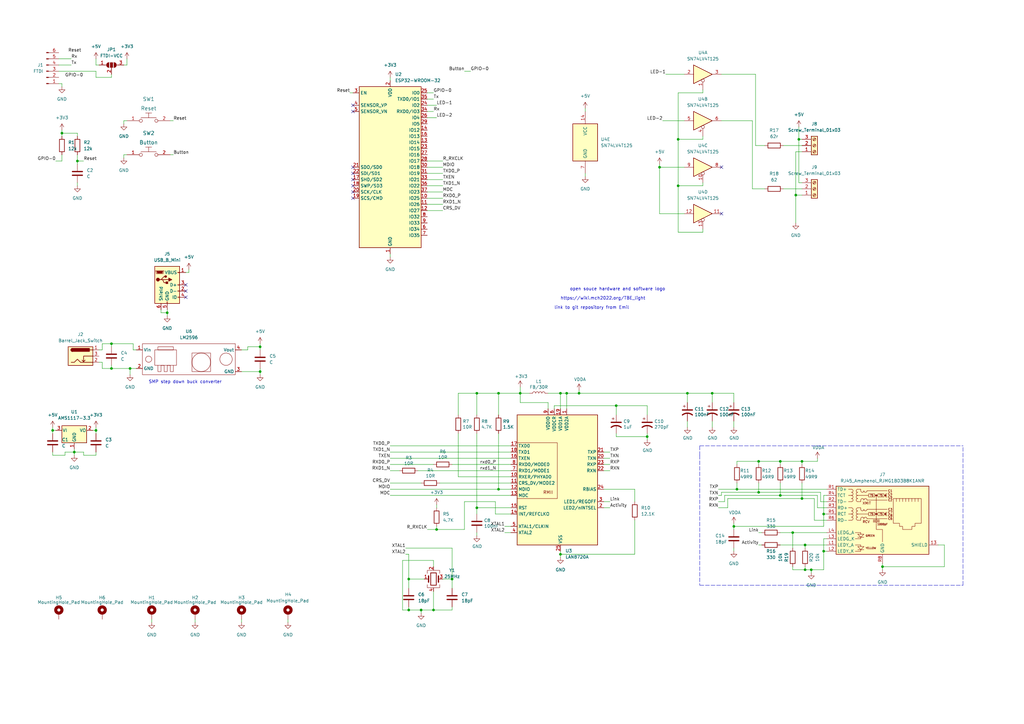
<source format=kicad_sch>
(kicad_sch (version 20211123) (generator eeschema)
  (paper "A3")
  (junction (at 204.47 200.66))
  (junction (at 237.49 161.29))
  (junction (at 68.58 128.27))
  (junction (at 106.68 142.24))
  (junction (at 278.13 57.15))
  (junction (at 330.2 223.52))
  (junction (at 229.87 227.33))
  (junction (at 300.99 215.9))
  (junction (at 172.72 250.19))
  (junction (at 325.12 218.44))
  (junction (at 330.2 233.68))
  (junction (at 45.72 140.97))
  (junction (at 337.82 210.82))
  (junction (at 21.59 176.53))
  (junction (at 167.64 250.19))
  (junction (at 320.04 189.23))
  (junction (at 281.94 161.29))
  (junction (at 270.51 68.58))
  (junction (at 332.74 233.68))
  (junction (at 328.93 204.47))
  (junction (at 25.4 54.61))
  (junction (at 265.43 179.07))
  (junction (at 213.36 161.29))
  (junction (at 337.82 226.06))
  (junction (at 326.39 80.01))
  (junction (at 195.58 208.28))
  (junction (at 232.41 161.29))
  (junction (at 185.42 237.49))
  (junction (at 53.34 151.13))
  (junction (at 292.1 161.29))
  (junction (at 311.15 189.23))
  (junction (at 30.48 185.42))
  (junction (at 327.66 57.15))
  (junction (at 252.73 166.37))
  (junction (at 31.75 66.04))
  (junction (at 311.15 201.93))
  (junction (at 179.07 217.17))
  (junction (at 167.64 237.49))
  (junction (at 39.37 176.53))
  (junction (at 195.58 161.29))
  (junction (at 45.72 151.13))
  (junction (at 328.93 189.23))
  (junction (at 278.13 76.2))
  (junction (at 177.8 250.19))
  (junction (at 204.47 161.29))
  (junction (at 106.68 152.4))
  (junction (at 320.04 203.2))
  (junction (at 361.95 232.41))
  (junction (at 302.26 200.66))
  (junction (at 229.87 161.29))
  (no_connect (at 144.78 68.58))
  (no_connect (at 144.78 45.72))
  (no_connect (at 295.91 87.63))
  (no_connect (at 76.2 121.92))
  (no_connect (at 144.78 43.18))
  (no_connect (at 144.78 81.28))
  (no_connect (at 76.2 119.38))
  (no_connect (at 295.91 68.58))
  (no_connect (at 144.78 73.66))
  (no_connect (at 144.78 78.74))
  (no_connect (at 144.78 76.2))
  (no_connect (at 144.78 71.12))
  (no_connect (at 76.2 116.84))
  (wire (pts (xy 24.13 29.21) (xy 39.37 29.21)))
  (wire (pts (xy 99.06 254) (xy 99.06 255.27)))
  (wire (pts (xy 265.43 170.18) (xy 265.43 166.37)))
  (wire (pts (xy 326.39 80.01) (xy 326.39 91.44)))
  (wire (pts (xy 195.58 161.29) (xy 204.47 161.29)))
  (wire (pts (xy 50.8 49.53) (xy 52.07 49.53)))
  (wire (pts (xy 31.75 54.61) (xy 31.75 55.88)))
  (wire (pts (xy 320.04 223.52) (xy 330.2 223.52)))
  (wire (pts (xy 288.29 55.88) (xy 288.29 57.15)))
  (wire (pts (xy 278.13 38.1) (xy 278.13 57.15)))
  (wire (pts (xy 39.37 31.75) (xy 45.72 31.75)))
  (wire (pts (xy 337.82 210.82) (xy 339.09 210.82)))
  (wire (pts (xy 321.31 59.69) (xy 328.93 59.69)))
  (wire (pts (xy 22.86 66.04) (xy 25.4 66.04)))
  (wire (pts (xy 213.36 165.1) (xy 213.36 161.29)))
  (wire (pts (xy 172.72 198.12) (xy 160.02 198.12)))
  (wire (pts (xy 232.41 161.29) (xy 237.49 161.29)))
  (wire (pts (xy 21.59 186.69) (xy 26.67 186.69)))
  (wire (pts (xy 320.04 203.2) (xy 335.28 203.2)))
  (polyline (pts (xy 287.02 182.88) (xy 394.97 182.88)))
  (wire (pts (xy 295.91 30.48) (xy 309.88 30.48)))
  (wire (pts (xy 224.79 161.29) (xy 229.87 161.29)))
  (wire (pts (xy 361.95 232.41) (xy 387.35 232.41)))
  (wire (pts (xy 54.61 143.51) (xy 55.88 143.51)))
  (wire (pts (xy 177.8 190.5) (xy 160.02 190.5)))
  (wire (pts (xy 265.43 179.07) (xy 265.43 177.8)))
  (wire (pts (xy 181.61 66.04) (xy 175.26 66.04)))
  (wire (pts (xy 21.59 185.42) (xy 21.59 186.69)))
  (wire (pts (xy 207.01 218.44) (xy 209.55 218.44)))
  (wire (pts (xy 76.2 111.76) (xy 77.47 111.76)))
  (wire (pts (xy 195.58 219.71) (xy 195.58 218.44)))
  (wire (pts (xy 160.02 104.14) (xy 160.02 105.41)))
  (wire (pts (xy 181.61 76.2) (xy 175.26 76.2)))
  (wire (pts (xy 187.96 161.29) (xy 187.96 170.18)))
  (wire (pts (xy 308.61 77.47) (xy 313.69 77.47)))
  (wire (pts (xy 165.1 250.19) (xy 167.64 250.19)))
  (wire (pts (xy 209.55 190.5) (xy 185.42 190.5)))
  (wire (pts (xy 175.26 48.26) (xy 179.07 48.26)))
  (wire (pts (xy 179.07 217.17) (xy 179.07 215.9)))
  (wire (pts (xy 227.33 166.37) (xy 227.33 167.64)))
  (wire (pts (xy 166.37 227.33) (xy 167.64 227.33)))
  (wire (pts (xy 45.72 151.13) (xy 53.34 151.13)))
  (wire (pts (xy 204.47 177.8) (xy 204.47 200.66)))
  (wire (pts (xy 39.37 24.13) (xy 39.37 26.67)))
  (wire (pts (xy 295.91 203.2) (xy 295.91 201.93)))
  (wire (pts (xy 229.87 167.64) (xy 229.87 161.29)))
  (wire (pts (xy 339.09 213.36) (xy 334.01 213.36)))
  (wire (pts (xy 336.55 205.74) (xy 336.55 201.93)))
  (wire (pts (xy 337.82 203.2) (xy 337.82 210.82)))
  (wire (pts (xy 288.29 36.83) (xy 288.29 38.1)))
  (wire (pts (xy 330.2 223.52) (xy 330.2 224.79)))
  (wire (pts (xy 213.36 161.29) (xy 204.47 161.29)))
  (wire (pts (xy 229.87 227.33) (xy 229.87 228.6)))
  (polyline (pts (xy 394.97 240.03) (xy 394.97 182.88)))
  (wire (pts (xy 167.64 227.33) (xy 167.64 237.49)))
  (wire (pts (xy 252.73 166.37) (xy 227.33 166.37)))
  (wire (pts (xy 160.02 200.66) (xy 204.47 200.66)))
  (wire (pts (xy 337.82 226.06) (xy 337.82 233.68)))
  (wire (pts (xy 166.37 224.79) (xy 185.42 224.79)))
  (wire (pts (xy 177.8 229.87) (xy 165.1 229.87)))
  (wire (pts (xy 190.5 205.74) (xy 190.5 217.17)))
  (wire (pts (xy 311.15 189.23) (xy 311.15 190.5)))
  (wire (pts (xy 325.12 233.68) (xy 330.2 233.68)))
  (wire (pts (xy 54.61 140.97) (xy 54.61 143.51)))
  (wire (pts (xy 195.58 208.28) (xy 209.55 208.28)))
  (wire (pts (xy 22.86 176.53) (xy 21.59 176.53)))
  (wire (pts (xy 66.04 127) (xy 66.04 128.27)))
  (wire (pts (xy 325.12 218.44) (xy 339.09 218.44)))
  (wire (pts (xy 181.61 237.49) (xy 185.42 237.49)))
  (wire (pts (xy 69.85 49.53) (xy 71.12 49.53)))
  (wire (pts (xy 298.45 204.47) (xy 298.45 208.28)))
  (wire (pts (xy 328.93 204.47) (xy 334.01 204.47)))
  (wire (pts (xy 295.91 201.93) (xy 311.15 201.93)))
  (wire (pts (xy 213.36 158.75) (xy 213.36 161.29)))
  (wire (pts (xy 247.65 185.42) (xy 250.19 185.42)))
  (wire (pts (xy 52.07 26.67) (xy 50.8 26.67)))
  (wire (pts (xy 229.87 226.06) (xy 229.87 227.33)))
  (wire (pts (xy 300.99 165.1) (xy 300.99 161.29)))
  (wire (pts (xy 278.13 57.15) (xy 278.13 76.2)))
  (wire (pts (xy 25.4 54.61) (xy 25.4 55.88)))
  (wire (pts (xy 294.64 200.66) (xy 302.26 200.66)))
  (wire (pts (xy 300.99 215.9) (xy 300.99 217.17)))
  (wire (pts (xy 179.07 207.01) (xy 179.07 208.28)))
  (wire (pts (xy 175.26 83.82) (xy 181.61 83.82)))
  (wire (pts (xy 252.73 170.18) (xy 252.73 166.37)))
  (wire (pts (xy 300.99 161.29) (xy 292.1 161.29)))
  (wire (pts (xy 165.1 229.87) (xy 165.1 250.19)))
  (wire (pts (xy 337.82 210.82) (xy 337.82 215.9)))
  (wire (pts (xy 229.87 227.33) (xy 260.35 227.33)))
  (wire (pts (xy 330.2 223.52) (xy 339.09 223.52)))
  (wire (pts (xy 294.64 203.2) (xy 295.91 203.2)))
  (wire (pts (xy 320.04 189.23) (xy 311.15 189.23)))
  (wire (pts (xy 327.66 57.15) (xy 328.93 57.15)))
  (wire (pts (xy 302.26 200.66) (xy 339.09 200.66)))
  (wire (pts (xy 30.48 185.42) (xy 30.48 186.69)))
  (wire (pts (xy 339.09 205.74) (xy 336.55 205.74)))
  (wire (pts (xy 280.67 68.58) (xy 270.51 68.58)))
  (wire (pts (xy 302.26 189.23) (xy 302.26 190.5)))
  (wire (pts (xy 278.13 76.2) (xy 288.29 76.2)))
  (wire (pts (xy 224.79 167.64) (xy 224.79 165.1)))
  (wire (pts (xy 80.01 254) (xy 80.01 255.27)))
  (wire (pts (xy 260.35 227.33) (xy 260.35 213.36)))
  (wire (pts (xy 179.07 217.17) (xy 190.5 217.17)))
  (wire (pts (xy 361.95 231.14) (xy 361.95 232.41)))
  (wire (pts (xy 181.61 81.28) (xy 175.26 81.28)))
  (wire (pts (xy 309.88 30.48) (xy 309.88 59.69)))
  (wire (pts (xy 181.61 86.36) (xy 175.26 86.36)))
  (wire (pts (xy 30.48 185.42) (xy 34.29 185.42)))
  (wire (pts (xy 175.26 68.58) (xy 181.61 68.58)))
  (wire (pts (xy 339.09 203.2) (xy 337.82 203.2)))
  (wire (pts (xy 175.26 43.18) (xy 179.07 43.18)))
  (wire (pts (xy 175.26 40.64) (xy 177.8 40.64)))
  (wire (pts (xy 252.73 179.07) (xy 252.73 177.8)))
  (wire (pts (xy 106.68 140.97) (xy 106.68 142.24)))
  (wire (pts (xy 24.13 24.13) (xy 29.21 24.13)))
  (wire (pts (xy 300.99 214.63) (xy 300.99 215.9)))
  (wire (pts (xy 270.51 67.31) (xy 270.51 68.58)))
  (wire (pts (xy 339.09 208.28) (xy 335.28 208.28)))
  (wire (pts (xy 106.68 151.13) (xy 106.68 152.4)))
  (wire (pts (xy 24.13 34.29) (xy 25.4 34.29)))
  (wire (pts (xy 278.13 57.15) (xy 288.29 57.15)))
  (wire (pts (xy 68.58 127) (xy 68.58 128.27)))
  (wire (pts (xy 45.72 140.97) (xy 45.72 142.24)))
  (wire (pts (xy 181.61 71.12) (xy 175.26 71.12)))
  (wire (pts (xy 298.45 204.47) (xy 328.93 204.47)))
  (wire (pts (xy 52.07 24.13) (xy 52.07 26.67)))
  (wire (pts (xy 327.66 74.93) (xy 328.93 74.93)))
  (polyline (pts (xy 287.02 186.69) (xy 287.02 240.03)))
  (wire (pts (xy 328.93 198.12) (xy 328.93 204.47)))
  (wire (pts (xy 185.42 224.79) (xy 185.42 237.49)))
  (wire (pts (xy 311.15 198.12) (xy 311.15 201.93)))
  (wire (pts (xy 167.64 250.19) (xy 172.72 250.19)))
  (wire (pts (xy 26.67 185.42) (xy 30.48 185.42)))
  (wire (pts (xy 52.07 63.5) (xy 50.8 63.5)))
  (wire (pts (xy 288.29 74.93) (xy 288.29 76.2)))
  (wire (pts (xy 25.4 66.04) (xy 25.4 63.5)))
  (wire (pts (xy 31.75 66.04) (xy 31.75 67.31)))
  (wire (pts (xy 229.87 161.29) (xy 232.41 161.29)))
  (wire (pts (xy 77.47 111.76) (xy 77.47 110.49)))
  (wire (pts (xy 25.4 54.61) (xy 31.75 54.61)))
  (wire (pts (xy 177.8 232.41) (xy 177.8 229.87)))
  (wire (pts (xy 101.6 143.51) (xy 101.6 142.24)))
  (wire (pts (xy 69.85 63.5) (xy 71.12 63.5)))
  (wire (pts (xy 361.95 232.41) (xy 361.95 233.68)))
  (wire (pts (xy 260.35 200.66) (xy 247.65 200.66)))
  (polyline (pts (xy 287.02 240.03) (xy 394.97 240.03)))
  (wire (pts (xy 270.51 87.63) (xy 280.67 87.63)))
  (wire (pts (xy 106.68 142.24) (xy 106.68 143.51)))
  (wire (pts (xy 334.01 213.36) (xy 334.01 204.47)))
  (wire (pts (xy 330.2 232.41) (xy 330.2 233.68)))
  (wire (pts (xy 41.91 151.13) (xy 45.72 151.13)))
  (wire (pts (xy 68.58 128.27) (xy 68.58 129.54)))
  (wire (pts (xy 320.04 218.44) (xy 325.12 218.44)))
  (wire (pts (xy 271.78 49.53) (xy 280.67 49.53)))
  (wire (pts (xy 180.34 198.12) (xy 209.55 198.12)))
  (wire (pts (xy 25.4 53.34) (xy 25.4 54.61)))
  (wire (pts (xy 300.99 215.9) (xy 337.82 215.9)))
  (wire (pts (xy 177.8 250.19) (xy 185.42 250.19)))
  (wire (pts (xy 308.61 49.53) (xy 308.61 77.47)))
  (wire (pts (xy 337.82 220.98) (xy 337.82 226.06)))
  (wire (pts (xy 332.74 233.68) (xy 332.74 234.95)))
  (wire (pts (xy 325.12 218.44) (xy 325.12 224.79)))
  (wire (pts (xy 163.83 193.04) (xy 160.02 193.04)))
  (wire (pts (xy 167.64 237.49) (xy 167.64 241.3)))
  (wire (pts (xy 209.55 195.58) (xy 187.96 195.58)))
  (wire (pts (xy 195.58 210.82) (xy 195.58 208.28)))
  (wire (pts (xy 311.15 218.44) (xy 312.42 218.44)))
  (wire (pts (xy 260.35 205.74) (xy 260.35 200.66)))
  (wire (pts (xy 328.93 189.23) (xy 320.04 189.23)))
  (wire (pts (xy 295.91 49.53) (xy 308.61 49.53)))
  (wire (pts (xy 171.45 193.04) (xy 209.55 193.04)))
  (wire (pts (xy 175.26 45.72) (xy 177.8 45.72)))
  (wire (pts (xy 232.41 167.64) (xy 232.41 161.29)))
  (wire (pts (xy 99.06 152.4) (xy 106.68 152.4)))
  (wire (pts (xy 167.64 250.19) (xy 167.64 248.92)))
  (wire (pts (xy 209.55 187.96) (xy 160.02 187.96)))
  (wire (pts (xy 292.1 172.72) (xy 292.1 175.26)))
  (wire (pts (xy 207.01 215.9) (xy 209.55 215.9)))
  (wire (pts (xy 62.23 254) (xy 62.23 255.27)))
  (wire (pts (xy 247.65 208.28) (xy 250.19 208.28)))
  (wire (pts (xy 247.65 187.96) (xy 250.19 187.96)))
  (wire (pts (xy 173.99 237.49) (xy 167.64 237.49)))
  (wire (pts (xy 175.26 78.74) (xy 181.61 78.74)))
  (wire (pts (xy 203.2 210.82) (xy 209.55 210.82)))
  (wire (pts (xy 204.47 200.66) (xy 209.55 200.66)))
  (wire (pts (xy 328.93 189.23) (xy 328.93 190.5)))
  (wire (pts (xy 34.29 186.69) (xy 39.37 186.69)))
  (wire (pts (xy 41.91 148.59) (xy 41.91 151.13)))
  (wire (pts (xy 195.58 177.8) (xy 195.58 208.28)))
  (wire (pts (xy 240.03 71.12) (xy 240.03 72.39)))
  (wire (pts (xy 177.8 242.57) (xy 177.8 250.19)))
  (wire (pts (xy 278.13 95.25) (xy 288.29 95.25)))
  (wire (pts (xy 247.65 205.74) (xy 250.19 205.74)))
  (wire (pts (xy 327.66 57.15) (xy 327.66 74.93)))
  (wire (pts (xy 213.36 161.29) (xy 217.17 161.29)))
  (wire (pts (xy 101.6 142.24) (xy 106.68 142.24)))
  (wire (pts (xy 320.04 198.12) (xy 320.04 203.2)))
  (wire (pts (xy 204.47 161.29) (xy 204.47 170.18)))
  (wire (pts (xy 292.1 161.29) (xy 281.94 161.29)))
  (wire (pts (xy 39.37 26.67) (xy 40.64 26.67)))
  (wire (pts (xy 281.94 175.26) (xy 281.94 172.72)))
  (wire (pts (xy 237.49 160.02) (xy 237.49 161.29)))
  (wire (pts (xy 41.91 140.97) (xy 45.72 140.97)))
  (wire (pts (xy 195.58 161.29) (xy 187.96 161.29)))
  (wire (pts (xy 325.12 232.41) (xy 325.12 233.68)))
  (wire (pts (xy 24.13 26.67) (xy 29.21 26.67)))
  (wire (pts (xy 34.29 185.42) (xy 34.29 186.69)))
  (wire (pts (xy 39.37 176.53) (xy 39.37 177.8)))
  (wire (pts (xy 297.18 205.74) (xy 294.64 205.74)))
  (wire (pts (xy 31.75 74.93) (xy 31.75 76.2)))
  (wire (pts (xy 311.15 223.52) (xy 312.42 223.52)))
  (wire (pts (xy 39.37 175.26) (xy 39.37 176.53)))
  (wire (pts (xy 30.48 184.15) (xy 30.48 185.42)))
  (wire (pts (xy 40.64 148.59) (xy 41.91 148.59)))
  (wire (pts (xy 190.5 29.21) (xy 193.04 29.21)))
  (wire (pts (xy 143.51 38.1) (xy 144.78 38.1)))
  (wire (pts (xy 387.35 223.52) (xy 384.81 223.52)))
  (wire (pts (xy 26.67 186.69) (xy 26.67 185.42)))
  (wire (pts (xy 224.79 165.1) (xy 213.36 165.1)))
  (wire (pts (xy 335.28 187.96) (xy 335.28 189.23)))
  (wire (pts (xy 99.06 143.51) (xy 101.6 143.51)))
  (wire (pts (xy 288.29 95.25) (xy 288.29 93.98)))
  (wire (pts (xy 45.72 31.75) (xy 45.72 30.48)))
  (wire (pts (xy 294.64 208.28) (xy 298.45 208.28)))
  (wire (pts (xy 31.75 66.04) (xy 31.75 63.5)))
  (wire (pts (xy 118.11 254) (xy 118.11 255.27)))
  (wire (pts (xy 328.93 80.01) (xy 326.39 80.01)))
  (wire (pts (xy 66.04 128.27) (xy 68.58 128.27)))
  (wire (pts (xy 39.37 185.42) (xy 39.37 186.69)))
  (wire (pts (xy 190.5 205.74) (xy 203.2 205.74)))
  (wire (pts (xy 175.26 38.1) (xy 177.8 38.1)))
  (wire (pts (xy 309.88 59.69) (xy 313.69 59.69)))
  (wire (pts (xy 337.82 233.68) (xy 332.74 233.68)))
  (wire (pts (xy 50.8 50.8) (xy 50.8 49.53)))
  (wire (pts (xy 175.26 73.66) (xy 181.61 73.66)))
  (wire (pts (xy 320.04 189.23) (xy 320.04 190.5)))
  (wire (pts (xy 175.26 217.17) (xy 179.07 217.17)))
  (wire (pts (xy 247.65 193.04) (xy 250.19 193.04)))
  (wire (pts (xy 195.58 170.18) (xy 195.58 161.29)))
  (wire (pts (xy 185.42 250.19) (xy 185.42 248.92)))
  (wire (pts (xy 337.82 226.06) (xy 339.09 226.06)))
  (wire (pts (xy 278.13 76.2) (xy 278.13 95.25)))
  (wire (pts (xy 273.05 30.48) (xy 280.67 30.48)))
  (polyline (pts (xy 287.02 182.88) (xy 287.02 186.69)))
  (wire (pts (xy 300.99 175.26) (xy 300.99 172.72)))
  (wire (pts (xy 172.72 250.19) (xy 172.72 251.46)))
  (wire (pts (xy 252.73 166.37) (xy 265.43 166.37)))
  (wire (pts (xy 34.29 66.04) (xy 31.75 66.04)))
  (wire (pts (xy 270.51 68.58) (xy 270.51 87.63)))
  (wire (pts (xy 311.15 189.23) (xy 302.26 189.23)))
  (wire (pts (xy 45.72 140.97) (xy 54.61 140.97)))
  (wire (pts (xy 300.99 224.79) (xy 300.99 226.06)))
  (wire (pts (xy 387.35 232.41) (xy 387.35 223.52)))
  (wire (pts (xy 321.31 77.47) (xy 328.93 77.47)))
  (wire (pts (xy 297.18 203.2) (xy 297.18 205.74)))
  (wire (pts (xy 50.8 63.5) (xy 50.8 64.77)))
  (wire (pts (xy 265.43 179.07) (xy 252.73 179.07)))
  (wire (pts (xy 330.2 233.68) (xy 332.74 233.68)))
  (wire (pts (xy 160.02 31.75) (xy 160.02 33.02)))
  (wire (pts (xy 265.43 180.34) (xy 265.43 179.07)))
  (wire (pts (xy 281.94 165.1) (xy 281.94 161.29)))
  (wire (pts (xy 41.91 143.51) (xy 41.91 140.97)))
  (wire (pts (xy 40.64 143.51) (xy 41.91 143.51)))
  (wire (pts (xy 160.02 182.88) (xy 209.55 182.88)))
  (wire (pts (xy 237.49 161.29) (xy 281.94 161.29)))
  (wire (pts (xy 25.4 34.29) (xy 25.4 35.56)))
  (wire (pts (xy 292.1 165.1) (xy 292.1 161.29)))
  (wire (pts (xy 288.29 38.1) (xy 278.13 38.1)))
  (wire (pts (xy 106.68 152.4) (xy 106.68 153.67)))
  (wire (pts (xy 172.72 250.19) (xy 177.8 250.19)))
  (wire (pts (xy 335.28 189.23) (xy 328.93 189.23)))
  (wire (pts (xy 38.1 176.53) (xy 39.37 176.53)))
  (wire (pts (xy 39.37 29.21) (xy 39.37 31.75)))
  (wire (pts (xy 247.65 190.5) (xy 250.19 190.5)))
  (wire (pts (xy 240.03 44.45) (xy 240.03 45.72)))
  (wire (pts (xy 45.72 149.86) (xy 45.72 151.13)))
  (wire (pts (xy 21.59 176.53) (xy 21.59 177.8)))
  (wire (pts (xy 209.55 203.2) (xy 160.02 203.2)))
  (wire (pts (xy 160.02 185.42) (xy 209.55 185.42)))
  (wire (pts (xy 326.39 62.23) (xy 328.93 62.23)))
  (wire (pts (xy 55.88 151.13) (xy 53.34 151.13)))
  (wire (pts (xy 203.2 205.74) (xy 203.2 210.82)))
  (wire (pts (xy 297.18 203.2) (xy 320.04 203.2)))
  (wire (pts (xy 327.66 52.07) (xy 327.66 57.15)))
  (wire (pts (xy 185.42 237.49) (xy 185.42 241.3)))
  (wire (pts (xy 187.96 195.58) (xy 187.96 177.8)))
  (wire (pts (xy 53.34 151.13) (xy 53.34 153.67)))
  (wire (pts (xy 302.26 198.12) (xy 302.26 200.66)))
  (wire (pts (xy 311.15 201.93) (xy 336.55 201.93)))
  (wire (pts (xy 339.09 220.98) (xy 337.82 220.98)))
  (wire (pts (xy 326.39 80.01) (xy 326.39 62.23)))
  (wire (pts (xy 335.28 208.28) (xy 335.28 203.2)))
  (wire (pts (xy 21.59 175.26) (xy 21.59 176.53)))
  (text "https://wiki.mch2022.org/TBE_light" (at 229.87 123.19 0) (effects (font (size 1.27 1.27)) (justify left bottom)))
  (text "open souce hardware and software logo" (at 233.68 119.38 0) (effects (font (size 1.27 1.27)) (justify left bottom)))
  (text "link to git repository from Emil" (at 227.33 127 0) (effects (font (size 1.27 1.27)) (justify left bottom)))
  (text "SMP step down buck converter" (at 60.96 157.48 0) (effects (font (size 1.27 1.27)) (justify left bottom)))
  (label "MDIO" (at 160.02 200.66 180))
  (label "TXN" (at 250.19 187.96 0))
  (label "CRS_DV" (at 181.61 86.36 0))
  (label "RXP" (at 294.64 205.74 180))
  (label "Link" (at 250.19 205.74 0))
  (label "Link" (at 311.15 218.44 180))
  (label "GPIO-0" (at 22.86 66.04 180))
  (label "Tx" (at 29.21 26.67 0))
  (label "rxd0_P" (at 196.85 190.5 0))
  (label "TXD0_P" (at 160.02 182.88 180))
  (label "XTAL2" (at 166.37 227.33 180))
  (label "XTAL1" (at 166.37 224.79 180))
  (label "RXN" (at 294.64 208.28 180))
  (label "LED-1" (at 273.05 30.48 180))
  (label "Activity" (at 250.19 208.28 0))
  (label "LED-2" (at 271.78 49.53 180))
  (label "TXEN" (at 181.61 73.66 0))
  (label "Rx" (at 29.21 24.13 0))
  (label "RXD0_P" (at 160.02 190.5 180))
  (label "TXD1_N" (at 181.61 76.2 0))
  (label "RXN" (at 250.19 193.04 0))
  (label "TXP" (at 294.64 200.66 180))
  (label "TXD0_P" (at 181.61 71.12 0))
  (label "TXD1_N" (at 160.02 185.42 180))
  (label "RXD0_P" (at 181.61 81.28 0))
  (label "RXD1_N" (at 181.61 83.82 0))
  (label "GPIO-0" (at 193.04 29.21 0))
  (label "TXN" (at 294.64 203.2 180))
  (label "Activity" (at 311.15 223.52 180))
  (label "Button" (at 190.5 29.21 180))
  (label "LED-1" (at 179.07 43.18 0))
  (label "CRS_DV" (at 160.02 198.12 180))
  (label "Button" (at 71.12 63.5 0))
  (label "rxd1_N" (at 196.85 193.04 0))
  (label "XTAL1" (at 207.01 215.9 180))
  (label "Tx" (at 177.8 40.64 0))
  (label "Rx" (at 177.8 45.72 0))
  (label "Reset" (at 27.94 21.59 0))
  (label "MDIO" (at 181.61 68.58 0))
  (label "R_RXCLK" (at 181.61 66.04 0))
  (label "MDC" (at 181.61 78.74 0))
  (label "TXEN" (at 160.02 187.96 180))
  (label "RXD1_N" (at 160.02 193.04 180))
  (label "GPIO-0" (at 177.8 38.1 0))
  (label "TXP" (at 250.19 185.42 0))
  (label "XTAL2" (at 207.01 218.44 180))
  (label "LED-2" (at 179.07 48.26 0))
  (label "Reset" (at 34.29 66.04 0))
  (label "GPIO-0" (at 26.67 31.75 0))
  (label "R_RXCLK" (at 175.26 217.17 180))
  (label "Reset" (at 71.12 49.53 0))
  (label "MDC" (at 160.02 203.2 180))
  (label "Reset" (at 143.51 38.1 180))
  (label "RXP" (at 250.19 190.5 0))
  (symbol (lib_id "power:+3.3V") (at 52.07 24.13 0) (unit 1)
    (property "Reference" "#PWR0115" (effects hide))
    (property "Value" "+3.3V" (at 52.07 19.05 0))
  )
  (symbol (lib_id "power:GND") (at 281.94 175.26 0) (unit 1)
    (property "Reference" "#PWR0129" (effects hide))
    (property "Value" "GND" (at 282.067 179.6542 0))
  )
  (symbol (lib_id "power:+5V") (at 270.51 67.31 0) (unit 1)
    (property "Reference" "#PWR0145" (effects hide))
    (property "Value" "+5V" (at 270.51 62.23 0))
  )
  (symbol (lib_id "Device:R") (at 167.64 193.04 90) (unit 1)
    (property "Reference" "R3" (at 167.64 187.7822 90))
    (property "Value" "10R" (at 167.64 190.0936 90))
    (property "Footprint" "Resistor_SMD:R_0603_1608Metric" (effects hide))
  )
  (symbol (lib_id "power:GND") (at 292.1 175.26 0) (unit 1)
    (property "Reference" "#PWR0130" (effects hide))
    (property "Value" "GND" (at 292.227 179.6542 0))
  )
  (symbol (lib_id "Mechanical:MountingHole_Pad") (at 118.11 251.46 0) (unit 1)
    (property "Reference" "H4" (at 116.84 243.8399 0) (effects (justify left)))
    (property "Value" "MountingHole_Pad" (at 109.22 246.3799 0) (effects (justify left)))
    (property "Footprint" "MountingHole:MountingHole_3.2mm_M3_Pad" (effects hide))
  )
  (symbol (lib_id "Mechanical:MountingHole_Pad") (at 41.91 251.46 0) (unit 1)
    (property "Reference" "H6" (at 41.91 245.11 0))
    (property "Value" "MountingHole_Pad" (at 41.91 247.015 0))
    (property "Footprint" "MountingHole:MountingHole_3.2mm_M3_Pad" (effects hide))
  )
  (symbol (lib_id "Device:R") (at 181.61 190.5 90) (unit 1)
    (property "Reference" "R6" (at 181.61 185.2422 90))
    (property "Value" "10R" (at 181.61 187.5536 90))
    (property "Footprint" "Resistor_SMD:R_0603_1608Metric" (effects hide))
  )
  (symbol (lib_id "power:VDDA") (at 237.49 160.02 0) (unit 1)
    (property "Reference" "#PWR0131" (effects hide))
    (property "Value" "VDDA" (at 237.871 155.6258 0))
  )
  (symbol (lib_id "power:GND") (at 265.43 180.34 0) (unit 1)
    (property "Reference" "#PWR0124" (effects hide))
    (property "Value" "GND" (at 265.557 184.7342 0))
  )
  (symbol (lib_id "Device:R") (at 195.58 173.99 0) (unit 1)
    (property "Reference" "R8" (at 197.358 172.8216 0) (effects (justify left)))
    (property "Value" "4.7K" (at 197.358 175.133 0) (effects (justify left)))
    (property "Footprint" "Resistor_SMD:R_0603_1608Metric" (effects hide))
  )
  (symbol (lib_id "power:+5V") (at 39.37 24.13 0) (unit 1)
    (property "Reference" "#PWR0116" (effects hide))
    (property "Value" "+5V" (at 39.37 19.05 0))
  )
  (symbol (lib_id "Device:CP1") (at 300.99 168.91 0) (unit 1)
    (property "Reference" "C13" (at 303.911 167.7416 0) (effects (justify left)))
    (property "Value" "100nF" (at 303.911 170.053 0) (effects (justify left)))
    (property "Footprint" "Capacitor_SMD:C_0603_1608Metric" (effects hide))
  )
  (symbol (lib_id "power:GND") (at 326.39 91.44 0) (unit 1)
    (property "Reference" "#PWR0138" (effects hide))
    (property "Value" "GND" (at 326.39 96.52 0))
  )
  (symbol (lib_id "power:GND") (at 229.87 228.6 0) (unit 1)
    (property "Reference" "#PWR0127" (effects hide))
    (property "Value" "GND" (at 229.87 233.68 0))
  )
  (symbol (lib_id "power:GND") (at 62.23 255.27 0) (unit 1)
    (property "Reference" "#PWR0141" (effects hide))
    (property "Value" "GND" (at 62.23 260.35 0))
  )
  (symbol (lib_id "Device:CP1") (at 292.1 168.91 0) (unit 1)
    (property "Reference" "C12" (at 295.021 167.7416 0) (effects (justify left)))
    (property "Value" "100nF" (at 295.021 170.053 0) (effects (justify left)))
    (property "Footprint" "Capacitor_SMD:C_0603_1608Metric" (effects hide))
  )
  (symbol (lib_id "power:+3.3V") (at 39.37 175.26 0) (unit 1)
    (property "Reference" "#PWR0109" (effects hide))
    (property "Value" "+3.3V" (at 39.37 170.18 0))
  )
  (symbol (lib_id "power:GND") (at 300.99 226.06 0) (unit 1)
    (property "Reference" "#PWR0137" (effects hide))
    (property "Value" "GND" (at 300.99 231.14 0))
  )
  (symbol (lib_id "Device:R") (at 325.12 228.6 0) (unit 1)
    (property "Reference" "R19" (at 322.58 228.6 90))
    (property "Value" "10k" (at 320.04 228.6 90))
    (property "Footprint" "Resistor_SMD:R_0603_1608Metric" (effects hide))
  )
  (symbol (lib_id "Device:L") (at 220.98 161.29 90) (unit 1)
    (property "Reference" "L1" (at 220.98 156.464 90))
    (property "Value" "FB/30R" (at 220.98 158.7754 90))
    (property "Footprint" "Inductor_SMD:L_0805_2012Metric" (effects hide))
  )
  (symbol (lib_id "Device:R") (at 317.5 77.47 90) (unit 1)
    (property "Reference" "R18" (at 317.5 71.2216 90))
    (property "Value" "62" (at 317.5 73.7616 90))
    (property "Footprint" "Resistor_SMD:R_0603_1608Metric" (effects hide))
  )
  (symbol (lib_id "power:+3.3V") (at 213.36 158.75 0) (unit 1)
    (property "Reference" "#PWR0107" (effects hide))
    (property "Value" "+3.3V" (at 213.741 154.3558 0))
  )
  (symbol (lib_id "power:GND") (at 30.48 186.69 0) (unit 1)
    (property "Reference" "#PWR0108" (effects hide))
    (property "Value" "GND" (at 30.48 191.77 0))
  )
  (symbol (lib_id "power:+3.3V") (at 160.02 31.75 0) (unit 1)
    (property "Reference" "#PWR0112" (effects hide))
    (property "Value" "+3.3V" (at 160.02 26.67 0))
  )
  (symbol (lib_id "Device:C") (at 21.59 181.61 0) (unit 1)
    (property "Reference" "C1" (at 25.4 180.3399 0) (effects (justify left)))
    (property "Value" "C" (at 25.4 182.8799 0) (effects (justify left)))
    (property "Footprint" "Capacitor_SMD:C_0805_2012Metric" (effects hide))
  )
  (symbol (lib_id "Connector:Screw_Terminal_01x03") (at 334.01 59.69 0) (mirror x) (unit 1)
    (property "Reference" "J8" (at 334.01 50.8 0))
    (property "Value" "Screw_Terminal_01x03" (at 334.01 53.34 0))
    (property "Footprint" "Connector_PinSocket_2.54mm:PinSocket_1x03_P2.54mm_Vertical" (effects hide))
  )
  (symbol (lib_id "Device:R") (at 187.96 173.99 180) (unit 1)
    (property "Reference" "R7" (at 189.738 172.8216 0) (effects (justify right)))
    (property "Value" "10R" (at 189.738 175.133 0) (effects (justify right)))
    (property "Footprint" "Resistor_SMD:R_0603_1608Metric" (effects hide))
  )
  (symbol (lib_id "power:GND") (at 300.99 175.26 0) (unit 1)
    (property "Reference" "#PWR0134" (effects hide))
    (property "Value" "GND" (at 301.117 179.6542 0))
  )
  (symbol (lib_id "Connector:Screw_Terminal_01x03") (at 334.01 77.47 0) (mirror x) (unit 1)
    (property "Reference" "J9" (at 334.01 68.58 0))
    (property "Value" "Screw_Terminal_01x03" (at 334.01 71.12 0))
    (property "Footprint" "Connector_PinSocket_2.54mm:PinSocket_1x03_P2.54mm_Vertical" (effects hide))
  )
  (symbol (lib_id "power:+5V") (at 240.03 44.45 0) (unit 1)
    (property "Reference" "#PWR0101" (effects hide))
    (property "Value" "+5V" (at 240.03 39.37 0))
  )
  (symbol (lib_id "Device:C") (at 195.58 214.63 0) (unit 1)
    (property "Reference" "C8" (at 198.501 213.4616 0) (effects (justify left)))
    (property "Value" "100nF" (at 198.501 215.773 0) (effects (justify left)))
    (property "Footprint" "Capacitor_SMD:C_0603_1608Metric" (effects hide))
  )
  (symbol (lib_id "power:GND") (at 50.8 64.77 0) (unit 1)
    (property "Reference" "#PWR0102" (effects hide))
    (property "Value" "GND" (at 50.8 69.85 0))
  )
  (symbol (lib_id "RF_Module:ESP32-WROOM-32") (at 160.02 68.58 0) (unit 1)
    (property "Reference" "U2" (at 162.0394 30.48 0) (effects (justify left)))
    (property "Value" "ESP32-WROOM-32" (at 162.0394 33.02 0) (effects (justify left)))
    (property "Footprint" "RF_Module:ESP32-WROOM-32" (effects hide))
    (property "Datasheet" "https://www.espressif.com/sites/default/files/documentation/esp32-wroom-32_datasheet_en.pdf" (effects hide))
    (property "JLC-pcb-part" "C473012" (effects hide))
  )
  (symbol (lib_id "power:GND") (at 240.03 72.39 0) (unit 1)
    (property "Reference" "#PWR0118" (effects hide))
    (property "Value" "GND" (at 240.03 77.47 0))
  )
  (symbol (lib_id "power:+5V") (at 77.47 110.49 0) (unit 1)
    (property "Reference" "#PWR0121" (effects hide))
    (property "Value" "+5V" (at 77.47 105.41 0))
  )
  (symbol (lib_id "Device:C") (at 106.68 147.32 0) (unit 1)
    (property "Reference" "C5" (at 110.49 146.0499 0) (effects (justify left)))
    (property "Value" "C" (at 110.49 148.5899 0) (effects (justify left)))
    (property "Footprint" "Capacitor_SMD:C_0805_2012Metric" (effects hide))
  )
  (symbol (lib_id "Connector:Conn_01x06_Male") (at 19.05 29.21 0) (mirror x) (unit 1)
    (property "Reference" "J1" (at 17.78 26.6699 0) (effects (justify right)))
    (property "Value" "FTDI" (at 17.78 29.2099 0) (effects (justify right)))
    (property "Footprint" "Connector_PinSocket_2.54mm:PinSocket_1x06_P2.54mm_Vertical" (effects hide))
  )
  (symbol (lib_id "Mechanical:MountingHole_Pad") (at 62.23 251.46 0) (unit 1)
    (property "Reference" "H1" (at 62.23 245.11 0))
    (property "Value" "MountingHole_Pad" (at 62.23 247.015 0))
    (property "Footprint" "MountingHole:MountingHole_3.2mm_M3_Pad" (effects hide))
  )
  (symbol (lib_id "power:+5V") (at 327.66 52.07 0) (unit 1)
    (property "Reference" "#PWR0139" (effects hide))
    (property "Value" "+5V" (at 327.66 46.99 0))
  )
  (symbol (lib_id "Device:R") (at 302.26 194.31 0) (unit 1)
    (property "Reference" "R11" (at 303.53 193.0399 0) (effects (justify left)))
    (property "Value" "49R9" (at 303.53 195.5799 0) (effects (justify left)))
    (property "Footprint" "Resistor_SMD:R_0603_1608Metric" (effects hide))
  )
  (symbol (lib_id "power:GND") (at 50.8 50.8 0) (unit 1)
    (property "Reference" "#PWR0117" (effects hide))
    (property "Value" "GND" (at 50.8 55.88 0))
  )
  (symbol (lib_id "Connector:RJ45_Amphenol_RJMG1BD3B8K1ANR") (at 361.95 213.36 0) (unit 1)
    (property "Reference" "J7" (at 361.95 194.6656 0))
    (property "Value" "RJ45_Amphenol_RJMG1BD3B8K1ANR" (at 361.95 197.2056 0))
    (property "Footprint" "Connector_RJ:RJ45_Amphenol_RJMG1BD3B8K1ANR" (effects hide))
    (property "Datasheet" "https://www.amphenolcanada.com/ProductSearch/Drawings/AC/RJMG1BD3B8K1ANR.PDF" (effects hide))
    (property "JLC-pcb-part" "C456388" (effects hide))
  )
  (symbol (lib_id "Device:R") (at 31.75 59.69 0) (unit 1)
    (property "Reference" "R2" (at 34.29 58.4199 0) (effects (justify left)))
    (property "Value" "12k" (at 34.29 60.9599 0) (effects (justify left)))
    (property "Footprint" "Resistor_SMD:R_0603_1608Metric" (effects hide))
  )
  (symbol (lib_id "power:GND") (at 25.4 35.56 0) (unit 1)
    (property "Reference" "#PWR0113" (effects hide))
    (property "Value" "GND" (at 25.4 40.64 0))
  )
  (symbol (lib_id "Device:R") (at 25.4 59.69 0) (unit 1)
    (property "Reference" "R1" (at 27.94 58.4199 0) (effects (justify left)))
    (property "Value" "12k" (at 27.94 60.9599 0) (effects (justify left)))
    (property "Footprint" "Resistor_SMD:R_0603_1608Metric" (effects hide))
  )
  (symbol (lib_id "Device:Crystal_GND24") (at 177.8 237.49 0) (unit 1)
    (property "Reference" "Y1" (at 185.42 233.9086 0))
    (property "Value" "25MHz" (at 185.42 236.4486 0))
    (property "Footprint" "Crystal:Crystal_SMD_Abracon_ABM8G-4Pin_3.2x2.5mm" (effects hide))
  )
  (symbol (lib_id "Mechanical:MountingHole_Pad") (at 99.06 251.46 0) (unit 1)
    (property "Reference" "H3" (at 99.06 245.11 0))
    (property "Value" "MountingHole_Pad" (at 99.06 247.015 0))
    (property "Footprint" "MountingHole:MountingHole_3.2mm_M3_Pad" (effects hide))
  )
  (symbol (lib_id "power:GND") (at 68.58 129.54 0) (unit 1)
    (property "Reference" "#PWR0119" (effects hide))
    (property "Value" "GND" (at 68.58 134.62 0))
  )
  (symbol (lib_id "Connector:Barrel_Jack_Switch") (at 33.02 146.05 0) (unit 1)
    (property "Reference" "J2" (at 33.02 137.16 0))
    (property "Value" "Barrel_Jack_Switch" (at 33.02 139.7 0))
    (property "Footprint" "Connector_BarrelJack:BarrelJack_GCT_DCJ200-10-A_Horizontal" (effects hide))
  )
  (symbol (lib_id "power:+3.3V") (at 25.4 53.34 0) (unit 1)
    (property "Reference" "#PWR0114" (effects hide))
    (property "Value" "+3.3V" (at 25.4 48.26 0))
  )
  (symbol (lib_id "power:VDDA") (at 300.99 214.63 0) (unit 1)
    (property "Reference" "#PWR0133" (effects hide))
    (property "Value" "VDDA" (at 301.371 210.2358 0))
  )
  (symbol (lib_id "power:GND") (at 106.68 153.67 0) (unit 1)
    (property "Reference" "#PWR0106" (effects hide))
    (property "Value" "GND" (at 106.68 158.75 0))
  )
  (symbol (lib_id "LM2596-module:LM2596") (at 76.2 144.78 0) (unit 1)
    (property "Reference" "U6" (at 77.47 135.89 0))
    (property "Value" "LM2596" (at 77.47 138.43 0))
    (property "Footprint" "LM2596-module:LM2596-Module" (effects hide))
  )
  (symbol (lib_id "Device:R") (at 311.15 194.31 0) (unit 1)
    (property "Reference" "R12" (at 312.42 193.0399 0) (effects (justify left)))
    (property "Value" "49R9" (at 312.42 195.5799 0) (effects (justify left)))
    (property "Footprint" "Resistor_SMD:R_0603_1608Metric" (effects hide))
  )
  (symbol (lib_id "Device:CP1") (at 252.73 173.99 0) (unit 1)
    (property "Reference" "C9" (at 255.651 172.8216 0) (effects (justify left)))
    (property "Value" "1uF" (at 255.651 175.133 0) (effects (justify left)))
    (property "Footprint" "Capacitor_SMD:C_0603_1608Metric" (effects hide))
  )
  (symbol (lib_id "Mechanical:MountingHole_Pad") (at 24.13 251.46 0) (unit 1)
    (property "Reference" "H5" (at 24.13 245.11 0))
    (property "Value" "MountingHole_Pad" (at 24.13 247.015 0))
    (property "Footprint" "MountingHole:MountingHole_3.2mm_M3_Pad" (effects hide))
  )
  (symbol (lib_id "Device:C") (at 167.64 245.11 0) (unit 1)
    (property "Reference" "C6" (at 171.45 243.8399 0) (effects (justify left)))
    (property "Value" "18pF" (at 171.45 246.3799 0) (effects (justify left)))
    (property "Footprint" "Capacitor_SMD:C_0805_2012Metric" (effects hide))
  )
  (symbol (lib_id "phosphor:pushbutton") (at 60.96 63.5 0) (unit 1)
    (property "Reference" "SW2" (at 60.96 54.61 0) (effects (font (size 1.524 1.524))))
    (property "Value" "Button" (at 60.96 58.42 0) (effects (font (size 1.524 1.524))))
    (property "Footprint" "Button_Switch_THT:SW_PUSH_6mm" (effects hide))
    (property "JLC-pcb-part" "C13828" (effects hide))
  )
  (symbol (lib_id "Device:R") (at 316.23 218.44 90) (unit 1)
    (property "Reference" "R15" (at 316.23 213.36 90))
    (property "Value" "330" (at 316.23 215.9 90))
    (property "Footprint" "Resistor_SMD:R_0603_1608Metric" (effects hide))
  )
  (symbol (lib_id "power:VDDA") (at 335.28 187.96 0) (unit 1)
    (property "Reference" "#PWR0135" (effects hide))
    (property "Value" "VDDA" (at 335.661 183.5658 0))
  )
  (symbol (lib_id "Device:R") (at 204.47 173.99 0) (unit 1)
    (property "Reference" "R9" (at 206.248 172.8216 0) (effects (justify left)))
    (property "Value" "1.5K" (at 206.248 175.133 0) (effects (justify left)))
    (property "Footprint" "Resistor_SMD:R_0603_1608Metric" (effects hide))
  )
  (symbol (lib_id "74xx:SN74LV4T125") (at 240.03 58.42 0) (unit 5)
    (property "Reference" "U4" (at 246.38 57.1499 0) (effects (justify left)))
    (property "Value" "SN74LV4T125" (at 246.38 59.6899 0) (effects (justify left)))
    (property "Footprint" "Package_SO:TSSOP-14_4.4x5mm_P0.65mm" (effects hide))
    (property "Datasheet" "https://www.ti.com/lit/ds/symlink/sn74lv4t125.pdf" (effects hide))
    (property "JLC-pcb-part" "C90755" (effects hide))
  )
  (symbol (lib_id "Device:R") (at 317.5 59.69 90) (unit 1)
    (property "Reference" "R17" (at 317.5 53.4416 90))
    (property "Value" "62r" (at 317.5 55.9816 90))
    (property "Footprint" "Resistor_SMD:R_0603_1608Metric" (effects hide))
  )
  (symbol (lib_id "Device:R") (at 320.04 194.31 0) (unit 1)
    (property "Reference" "R13" (at 321.31 193.0399 0) (effects (justify left)))
    (property "Value" "49R9" (at 321.31 195.5799 0) (effects (justify left)))
    (property "Footprint" "Resistor_SMD:R_0603_1608Metric" (effects hide))
  )
  (symbol (lib_id "74xx:SN74LV4T125") (at 288.29 68.58 0) (unit 3)
    (property "Reference" "U4" (at 288.29 59.69 0))
    (property "Value" "SN74LV4T125" (at 288.29 62.23 0))
    (property "Footprint" "Package_SO:TSSOP-14_4.4x5mm_P0.65mm" (effects hide))
    (property "Datasheet" "https://www.ti.com/lit/ds/symlink/sn74lv4t125.pdf" (effects hide))
    (property "JLC-pcb-part" "C90755" (effects hide))
  )
  (symbol (lib_id "Jumper:SolderJumper_3_Open") (at 45.72 26.67 0) (unit 1)
    (property "Reference" "JP1" (at 45.72 20.32 0))
    (property "Value" "FTDI-VCC" (at 45.72 22.86 0))
    (property "Footprint" "Jumper:SolderJumper-3_P1.3mm_Open_RoundedPad1.0x1.5mm" (effects hide))
  )
  (symbol (lib_id "Device:C") (at 185.42 245.11 0) (unit 1)
    (property "Reference" "C7" (at 189.23 243.8399 0) (effects (justify left)))
    (property "Value" "18pF" (at 189.23 246.3799 0) (effects (justify left)))
    (property "Footprint" "Capacitor_SMD:C_0805_2012Metric" (effects hide))
  )
  (symbol (lib_id "power:GND") (at 172.72 251.46 0) (unit 1)
    (property "Reference" "#PWR0125" (effects hide))
    (property "Value" "GND" (at 172.72 256.54 0))
  )
  (symbol (lib_id "Connector:USB_B_Mini") (at 68.58 116.84 0) (unit 1)
    (property "Reference" "J5" (at 68.58 104.14 0))
    (property "Value" "USB_B_Mini" (at 68.58 106.68 0))
    (property "Footprint" "Connector_USB:USB_Micro-AB_Molex_47590-0001" (effects hide))
    (property "JLC-pcb-part" "C136001" (effects hide))
  )
  (symbol (lib_id "power:+3.3V") (at 179.07 207.01 0) (unit 1)
    (property "Reference" "#PWR0128" (effects hide))
    (property "Value" "+3.3V" (at 179.07 201.93 0))
  )
  (symbol (lib_id "Device:R") (at 176.53 198.12 90) (unit 1)
    (property "Reference" "R4" (at 176.53 192.8622 90))
    (property "Value" "10R" (at 176.53 195.1736 90))
    (property "Footprint" "Resistor_SMD:R_0603_1608Metric" (effects hide))
  )
  (symbol (lib_id "power:GND") (at 195.58 219.71 0) (unit 1)
    (property "Reference" "#PWR0126" (effects hide))
    (property "Value" "GND" (at 195.707 224.1042 0))
  )
  (symbol (lib_id "74xx:SN74LV4T125") (at 288.29 30.48 0) (unit 1)
    (property "Reference" "U4" (at 288.29 21.59 0))
    (property "Value" "SN74LV4T125" (at 288.29 24.13 0))
    (property "Footprint" "Package_SO:TSSOP-14_4.4x5mm_P0.65mm" (effects hide))
    (property "Datasheet" "https://www.ti.com/lit/ds/symlink/sn74lv4t125.pdf" (effects hide))
    (property "JLC-pcb-part" "C90755" (effects hide))
  )
  (symbol (lib_id "74xx:SN74LV4T125") (at 288.29 87.63 0) (unit 4)
    (property "Reference" "U4" (at 288.29 78.74 0))
    (property "Value" "SN74LV4T125" (at 288.29 81.28 0))
    (property "Footprint" "Package_SO:TSSOP-14_4.4x5mm_P0.65mm" (effects hide))
    (property "Datasheet" "https://www.ti.com/lit/ds/symlink/sn74lv4t125.pdf" (effects hide))
    (property "JLC-pcb-part" "C90755" (effects hide))
  )
  (symbol (lib_id "Device:R") (at 179.07 212.09 0) (unit 1)
    (property "Reference" "R5" (at 181.61 210.8199 0) (effects (justify left)))
    (property "Value" "4.7K" (at 181.61 213.3599 0) (effects (justify left)))
    (property "Footprint" "Capacitor_SMD:C_0805_2012Metric" (effects hide))
  )
  (symbol (lib_id "Device:CP1") (at 265.43 173.99 0) (unit 1)
    (property "Reference" "C10" (at 268.351 172.8216 0) (effects (justify left)))
    (property "Value" "270pF" (at 268.351 175.133 0) (effects (justify left)))
    (property "Footprint" "Capacitor_SMD:C_0603_1608Metric" (effects hide))
  )
  (symbol (lib_id "power:GND") (at 99.06 255.27 0) (unit 1)
    (property "Reference" "#PWR0143" (effects hide))
    (property "Value" "GND" (at 99.06 260.35 0))
  )
  (symbol (lib_id "74xx:SN74LV4T125") (at 288.29 49.53 0) (unit 2)
    (property "Reference" "U4" (at 288.29 40.64 0))
    (property "Value" "SN74LV4T125" (at 288.29 43.18 0))
    (property "Footprint" "Package_SO:TSSOP-14_4.4x5mm_P0.65mm" (effects hide))
    (property "Datasheet" "https://www.ti.com/lit/ds/symlink/sn74lv4t125.pdf" (effects hide))
    (property "JLC-pcb-part" "C90755" (effects hide))
  )
  (symbol (lib_id "power:GND") (at 80.01 255.27 0) (unit 1)
    (property "Reference" "#PWR0142" (effects hide))
    (property "Value" "GND" (at 80.01 260.35 0))
  )
  (symbol (lib_id "power:+5V") (at 106.68 140.97 0) (unit 1)
    (property "Reference" "#PWR0104" (effects hide))
    (property "Value" "+5V" (at 106.68 135.89 0))
  )
  (symbol (lib_id "power:GND") (at 53.34 153.67 0) (unit 1)
    (property "Reference" "#PWR0105" (effects hide))
    (property "Value" "GND" (at 53.34 158.75 0))
  )
  (symbol (lib_id "Device:C") (at 300.99 220.98 0) (unit 1)
    (property "Reference" "C14" (at 293.37 219.7099 0) (effects (justify left)))
    (property "Value" "18pF" (at 293.37 222.2499 0) (effects (justify left)))
    (property "Footprint" "Capacitor_SMD:C_0805_2012Metric" (effects hide))
  )
  (symbol (lib_id "Interface_Ethernet:LAN8720A") (at 229.87 198.12 0) (unit 1)
    (property "Reference" "U3" (at 231.8894 225.9076 0) (effects (justify left)))
    (property "Value" "LAN8720A" (at 231.8894 228.4476 0) (effects (justify left)))
    (property "Footprint" "Package_DFN_QFN:QFN-24-1EP_4x4mm_P0.5mm_EP2.6x2.6mm" (effects hide))
    (property "Datasheet" "http://ww1.microchip.com/downloads/en/DeviceDoc/8720a.pdf" (effects hide))
    (property "JLC-pcb-part" "C45223" (effects hide))
  )
  (symbol (lib_id "Device:C") (at 45.72 146.05 0) (unit 1)
    (property "Reference" "C4" (at 49.53 144.7799 0) (effects (justify left)))
    (property "Value" "C" (at 49.53 147.3199 0) (effects (justify left)))
    (property "Footprint" "Capacitor_SMD:C_0805_2012Metric" (effects hide))
  )
  (symbol (lib_id "phosphor:pushbutton") (at 60.96 49.53 0) (unit 1)
    (property "Reference" "SW1" (at 60.96 40.64 0) (effects (font (size 1.524 1.524))))
    (property "Value" "Reset" (at 60.96 44.45 0) (effects (font (size 1.524 1.524))))
    (property "Footprint" "Button_Switch_THT:SW_PUSH_6mm" (effects hide))
    (property "JLC-pcb-part" "C13828" (effects hide))
  )
  (symbol (lib_id "Device:R") (at 260.35 209.55 0) (unit 1)
    (property "Reference" "R10" (at 262.89 208.2799 0) (effects (justify left)))
    (property "Value" "12.1K" (at 262.89 210.8199 0) (effects (justify left)))
    (property "Footprint" "Resistor_SMD:R_0603_1608Metric" (effects hide))
  )
  (symbol (lib_id "Device:C") (at 31.75 71.12 0) (unit 1)
    (property "Reference" "C2" (at 35.56 69.8499 0) (effects (justify left)))
    (property "Value" "C" (at 35.56 72.3899 0) (effects (justify left)))
    (property "Footprint" "Capacitor_SMD:C_0805_2012Metric" (effects hide))
  )
  (symbol (lib_id "power:GND") (at 332.74 234.95 0) (unit 1)
    (property "Reference" "#PWR0120" (effects hide))
    (property "Value" "GND" (at 332.74 240.03 0))
  )
  (symbol (lib_id "power:+5V") (at 21.59 175.26 0) (unit 1)
    (property "Reference" "#PWR0110" (effects hide))
    (property "Value" "+5V" (at 21.59 170.18 0))
  )
  (symbol (lib_id "power:GND") (at 118.11 255.27 0) (unit 1)
    (property "Reference" "#PWR0144" (effects hide))
    (property "Value" "GND" (at 118.11 260.35 0))
  )
  (symbol (lib_id "Device:R") (at 316.23 223.52 90) (unit 1)
    (property "Reference" "R16" (at 316.23 226.06 90))
    (property "Value" "330" (at 316.23 228.6 90))
    (property "Footprint" "Resistor_SMD:R_0603_1608Metric" (effects hide))
  )
  (symbol (lib_id "Regulator_Linear:AMS1117-3.3") (at 30.48 176.53 0) (unit 1)
    (property "Reference" "U1" (at 30.48 168.91 0))
    (property "Value" "AMS1117-3.3" (at 30.48 171.45 0))
    (property "Footprint" "Package_TO_SOT_SMD:SOT-223-3_TabPin2" (effects hide))
    (property "Datasheet" "http://www.advanced-monolithic.com/pdf/ds1117.pdf" (effects hide))
    (property "JLC-pcb-part" "C173386" (effects hide))
  )
  (symbol (lib_id "power:GND") (at 31.75 76.2 0) (unit 1)
    (property "Reference" "#PWR0103" (effects hide))
    (property "Value" "GND" (at 31.75 81.28 0))
  )
  (symbol (lib_id "Device:C") (at 39.37 181.61 0) (unit 1)
    (property "Reference" "C3" (at 43.18 180.3399 0) (effects (justify left)))
    (property "Value" "C" (at 43.18 182.8799 0) (effects (justify left)))
    (property "Footprint" "Capacitor_SMD:C_0805_2012Metric" (effects hide))
  )
  (symbol (lib_id "Device:CP1") (at 281.94 168.91 0) (unit 1)
    (property "Reference" "C11" (at 284.861 167.7416 0) (effects (justify left)))
    (property "Value" "100nF" (at 284.861 170.053 0) (effects (justify left)))
    (property "Footprint" "Capacitor_SMD:C_0603_1608Metric" (effects hide))
  )
  (symbol (lib_id "Device:R") (at 328.93 194.31 0) (unit 1)
    (property "Reference" "R14" (at 330.2 193.0399 0) (effects (justify left)))
    (property "Value" "49R9" (at 330.2 195.5799 0) (effects (justify left)))
    (property "Footprint" "Resistor_SMD:R_0603_1608Metric" (effects hide))
  )
  (symbol (lib_id "power:GND") (at 160.02 105.41 0) (unit 1)
    (property "Reference" "#PWR0111" (effects hide))
    (property "Value" "GND" (at 160.02 110.49 0))
  )
  (symbol (lib_id "Device:R") (at 330.2 228.6 180) (unit 1)
    (property "Reference" "R20" (at 332.74 228.6 90))
    (property "Value" "10k" (at 335.28 228.6 90))
    (property "Footprint" "Resistor_SMD:R_0603_1608Metric" (effects hide))
  )
  (symbol (lib_id "power:GND") (at 361.95 233.68 0) (unit 1)
    (property "Reference" "#PWR0136" (effects hide))
    (property "Value" "GND" (at 361.95 238.76 0))
  )
  (symbol (lib_id "Mechanical:MountingHole_Pad") (at 80.01 251.46 0) (unit 1)
    (property "Reference" "H2" (at 80.01 245.11 0))
    (property "Value" "MountingHole_Pad" (at 80.01 247.015 0))
    (property "Footprint" "MountingHole:MountingHole_3.2mm_M3_Pad" (effects hide))
  )
)
</source>
